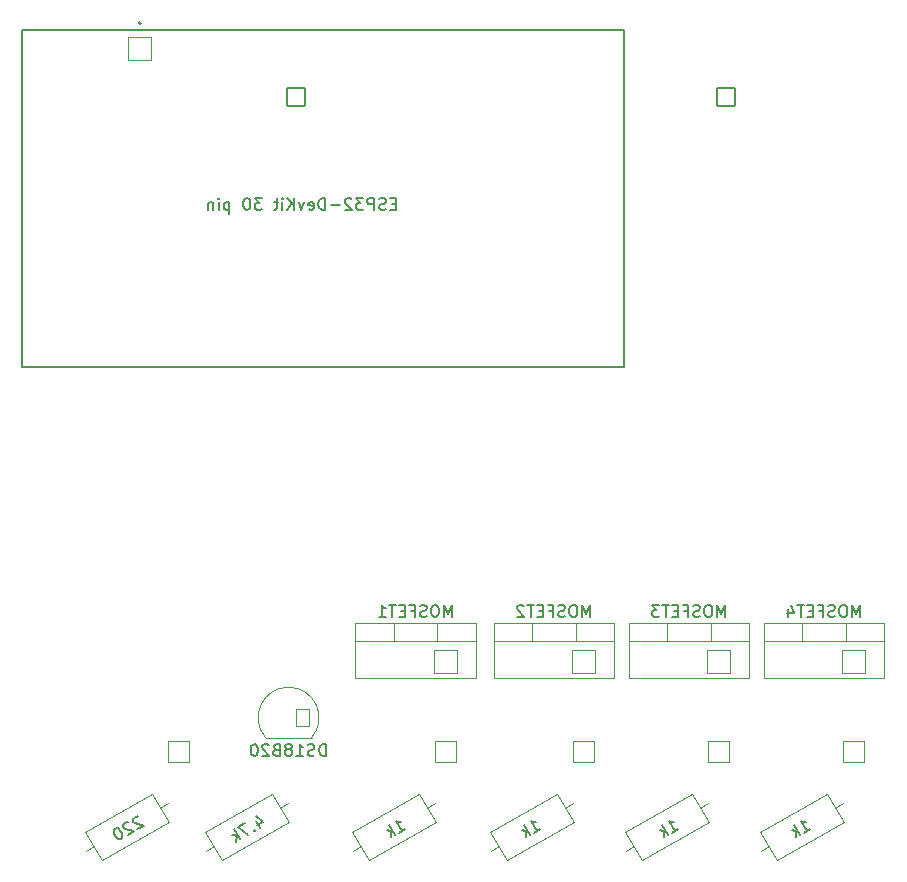
<source format=gbo>
G04 #@! TF.GenerationSoftware,KiCad,Pcbnew,9.0.0*
G04 #@! TF.CreationDate,2025-06-15T15:42:29+02:00*
G04 #@! TF.ProjectId,plant_watner_V3.0,706c616e-745f-4776-9174-6e65725f5633,rev?*
G04 #@! TF.SameCoordinates,Original*
G04 #@! TF.FileFunction,Legend,Bot*
G04 #@! TF.FilePolarity,Positive*
%FSLAX46Y46*%
G04 Gerber Fmt 4.6, Leading zero omitted, Abs format (unit mm)*
G04 Created by KiCad (PCBNEW 9.0.0) date 2025-06-15 15:42:29*
%MOMM*%
%LPD*%
G01*
G04 APERTURE LIST*
G04 Aperture macros list*
%AMRoundRect*
0 Rectangle with rounded corners*
0 $1 Rounding radius*
0 $2 $3 $4 $5 $6 $7 $8 $9 X,Y pos of 4 corners*
0 Add a 4 corners polygon primitive as box body*
4,1,4,$2,$3,$4,$5,$6,$7,$8,$9,$2,$3,0*
0 Add four circle primitives for the rounded corners*
1,1,$1+$1,$2,$3*
1,1,$1+$1,$4,$5*
1,1,$1+$1,$6,$7*
1,1,$1+$1,$8,$9*
0 Add four rect primitives between the rounded corners*
20,1,$1+$1,$2,$3,$4,$5,0*
20,1,$1+$1,$4,$5,$6,$7,0*
20,1,$1+$1,$6,$7,$8,$9,0*
20,1,$1+$1,$8,$9,$2,$3,0*%
%AMHorizOval*
0 Thick line with rounded ends*
0 $1 width*
0 $2 $3 position (X,Y) of the first rounded end (center of the circle)*
0 $4 $5 position (X,Y) of the second rounded end (center of the circle)*
0 Add line between two ends*
20,1,$1,$2,$3,$4,$5,0*
0 Add two circle primitives to create the rounded ends*
1,1,$1,$2,$3*
1,1,$1,$4,$5*%
G04 Aperture macros list end*
%ADD10C,0.150000*%
%ADD11C,0.120000*%
%ADD12C,0.127000*%
%ADD13C,0.200000*%
%ADD14RoundRect,0.051000X-0.762000X-0.762000X0.762000X-0.762000X0.762000X0.762000X-0.762000X0.762000X0*%
%ADD15C,1.626000*%
%ADD16RoundRect,0.051000X-1.000000X1.000000X-1.000000X-1.000000X1.000000X-1.000000X1.000000X1.000000X0*%
%ADD17C,2.102000*%
%ADD18RoundRect,0.051000X-1.000000X1.600000X-1.000000X-1.600000X1.000000X-1.600000X1.000000X1.600000X0*%
%ADD19C,6.502000*%
%ADD20RoundRect,0.265000X-0.636000X-0.786000X0.636000X-0.786000X0.636000X0.786000X-0.636000X0.786000X0*%
%ADD21O,1.802000X2.102000*%
%ADD22RoundRect,0.051000X0.900000X-0.900000X0.900000X0.900000X-0.900000X0.900000X-0.900000X-0.900000X0*%
%ADD23C,1.902000*%
%ADD24RoundRect,0.265000X-0.761000X0.636000X-0.761000X-0.636000X0.761000X-0.636000X0.761000X0.636000X0*%
%ADD25O,2.052000X1.802000*%
%ADD26C,1.702000*%
%ADD27HorizOval,1.702000X0.000000X0.000000X0.000000X0.000000X0*%
%ADD28RoundRect,0.051000X0.525000X0.750000X-0.525000X0.750000X-0.525000X-0.750000X0.525000X-0.750000X0*%
%ADD29O,1.152000X1.602000*%
%ADD30RoundRect,0.051000X0.952500X1.000000X-0.952500X1.000000X-0.952500X-1.000000X0.952500X-1.000000X0*%
%ADD31O,2.007000X2.102000*%
G04 APERTURE END LIST*
D10*
X156286507Y-130449361D02*
X156781379Y-130163646D01*
X156533943Y-130306504D02*
X156033943Y-129440478D01*
X156033943Y-129440478D02*
X156187850Y-129516577D01*
X156187850Y-129516577D02*
X156317948Y-129551437D01*
X156317948Y-129551437D02*
X156424236Y-129545057D01*
X155915353Y-130663646D02*
X155415353Y-129797621D01*
X155642398Y-130381351D02*
X155585439Y-130854123D01*
X155252105Y-130276772D02*
X155772496Y-130416211D01*
X115801856Y-123963819D02*
X115801856Y-122963819D01*
X115801856Y-122963819D02*
X115563761Y-122963819D01*
X115563761Y-122963819D02*
X115420904Y-123011438D01*
X115420904Y-123011438D02*
X115325666Y-123106676D01*
X115325666Y-123106676D02*
X115278047Y-123201914D01*
X115278047Y-123201914D02*
X115230428Y-123392390D01*
X115230428Y-123392390D02*
X115230428Y-123535247D01*
X115230428Y-123535247D02*
X115278047Y-123725723D01*
X115278047Y-123725723D02*
X115325666Y-123820961D01*
X115325666Y-123820961D02*
X115420904Y-123916200D01*
X115420904Y-123916200D02*
X115563761Y-123963819D01*
X115563761Y-123963819D02*
X115801856Y-123963819D01*
X114849475Y-123916200D02*
X114706618Y-123963819D01*
X114706618Y-123963819D02*
X114468523Y-123963819D01*
X114468523Y-123963819D02*
X114373285Y-123916200D01*
X114373285Y-123916200D02*
X114325666Y-123868580D01*
X114325666Y-123868580D02*
X114278047Y-123773342D01*
X114278047Y-123773342D02*
X114278047Y-123678104D01*
X114278047Y-123678104D02*
X114325666Y-123582866D01*
X114325666Y-123582866D02*
X114373285Y-123535247D01*
X114373285Y-123535247D02*
X114468523Y-123487628D01*
X114468523Y-123487628D02*
X114658999Y-123440009D01*
X114658999Y-123440009D02*
X114754237Y-123392390D01*
X114754237Y-123392390D02*
X114801856Y-123344771D01*
X114801856Y-123344771D02*
X114849475Y-123249533D01*
X114849475Y-123249533D02*
X114849475Y-123154295D01*
X114849475Y-123154295D02*
X114801856Y-123059057D01*
X114801856Y-123059057D02*
X114754237Y-123011438D01*
X114754237Y-123011438D02*
X114658999Y-122963819D01*
X114658999Y-122963819D02*
X114420904Y-122963819D01*
X114420904Y-122963819D02*
X114278047Y-123011438D01*
X113325666Y-123963819D02*
X113897094Y-123963819D01*
X113611380Y-123963819D02*
X113611380Y-122963819D01*
X113611380Y-122963819D02*
X113706618Y-123106676D01*
X113706618Y-123106676D02*
X113801856Y-123201914D01*
X113801856Y-123201914D02*
X113897094Y-123249533D01*
X112754237Y-123392390D02*
X112849475Y-123344771D01*
X112849475Y-123344771D02*
X112897094Y-123297152D01*
X112897094Y-123297152D02*
X112944713Y-123201914D01*
X112944713Y-123201914D02*
X112944713Y-123154295D01*
X112944713Y-123154295D02*
X112897094Y-123059057D01*
X112897094Y-123059057D02*
X112849475Y-123011438D01*
X112849475Y-123011438D02*
X112754237Y-122963819D01*
X112754237Y-122963819D02*
X112563761Y-122963819D01*
X112563761Y-122963819D02*
X112468523Y-123011438D01*
X112468523Y-123011438D02*
X112420904Y-123059057D01*
X112420904Y-123059057D02*
X112373285Y-123154295D01*
X112373285Y-123154295D02*
X112373285Y-123201914D01*
X112373285Y-123201914D02*
X112420904Y-123297152D01*
X112420904Y-123297152D02*
X112468523Y-123344771D01*
X112468523Y-123344771D02*
X112563761Y-123392390D01*
X112563761Y-123392390D02*
X112754237Y-123392390D01*
X112754237Y-123392390D02*
X112849475Y-123440009D01*
X112849475Y-123440009D02*
X112897094Y-123487628D01*
X112897094Y-123487628D02*
X112944713Y-123582866D01*
X112944713Y-123582866D02*
X112944713Y-123773342D01*
X112944713Y-123773342D02*
X112897094Y-123868580D01*
X112897094Y-123868580D02*
X112849475Y-123916200D01*
X112849475Y-123916200D02*
X112754237Y-123963819D01*
X112754237Y-123963819D02*
X112563761Y-123963819D01*
X112563761Y-123963819D02*
X112468523Y-123916200D01*
X112468523Y-123916200D02*
X112420904Y-123868580D01*
X112420904Y-123868580D02*
X112373285Y-123773342D01*
X112373285Y-123773342D02*
X112373285Y-123582866D01*
X112373285Y-123582866D02*
X112420904Y-123487628D01*
X112420904Y-123487628D02*
X112468523Y-123440009D01*
X112468523Y-123440009D02*
X112563761Y-123392390D01*
X111611380Y-123440009D02*
X111468523Y-123487628D01*
X111468523Y-123487628D02*
X111420904Y-123535247D01*
X111420904Y-123535247D02*
X111373285Y-123630485D01*
X111373285Y-123630485D02*
X111373285Y-123773342D01*
X111373285Y-123773342D02*
X111420904Y-123868580D01*
X111420904Y-123868580D02*
X111468523Y-123916200D01*
X111468523Y-123916200D02*
X111563761Y-123963819D01*
X111563761Y-123963819D02*
X111944713Y-123963819D01*
X111944713Y-123963819D02*
X111944713Y-122963819D01*
X111944713Y-122963819D02*
X111611380Y-122963819D01*
X111611380Y-122963819D02*
X111516142Y-123011438D01*
X111516142Y-123011438D02*
X111468523Y-123059057D01*
X111468523Y-123059057D02*
X111420904Y-123154295D01*
X111420904Y-123154295D02*
X111420904Y-123249533D01*
X111420904Y-123249533D02*
X111468523Y-123344771D01*
X111468523Y-123344771D02*
X111516142Y-123392390D01*
X111516142Y-123392390D02*
X111611380Y-123440009D01*
X111611380Y-123440009D02*
X111944713Y-123440009D01*
X110992332Y-123059057D02*
X110944713Y-123011438D01*
X110944713Y-123011438D02*
X110849475Y-122963819D01*
X110849475Y-122963819D02*
X110611380Y-122963819D01*
X110611380Y-122963819D02*
X110516142Y-123011438D01*
X110516142Y-123011438D02*
X110468523Y-123059057D01*
X110468523Y-123059057D02*
X110420904Y-123154295D01*
X110420904Y-123154295D02*
X110420904Y-123249533D01*
X110420904Y-123249533D02*
X110468523Y-123392390D01*
X110468523Y-123392390D02*
X111039951Y-123963819D01*
X111039951Y-123963819D02*
X110420904Y-123963819D01*
X109801856Y-122963819D02*
X109706618Y-122963819D01*
X109706618Y-122963819D02*
X109611380Y-123011438D01*
X109611380Y-123011438D02*
X109563761Y-123059057D01*
X109563761Y-123059057D02*
X109516142Y-123154295D01*
X109516142Y-123154295D02*
X109468523Y-123344771D01*
X109468523Y-123344771D02*
X109468523Y-123582866D01*
X109468523Y-123582866D02*
X109516142Y-123773342D01*
X109516142Y-123773342D02*
X109563761Y-123868580D01*
X109563761Y-123868580D02*
X109611380Y-123916200D01*
X109611380Y-123916200D02*
X109706618Y-123963819D01*
X109706618Y-123963819D02*
X109801856Y-123963819D01*
X109801856Y-123963819D02*
X109897094Y-123916200D01*
X109897094Y-123916200D02*
X109944713Y-123868580D01*
X109944713Y-123868580D02*
X109992332Y-123773342D01*
X109992332Y-123773342D02*
X110039951Y-123582866D01*
X110039951Y-123582866D02*
X110039951Y-123344771D01*
X110039951Y-123344771D02*
X109992332Y-123154295D01*
X109992332Y-123154295D02*
X109944713Y-123059057D01*
X109944713Y-123059057D02*
X109897094Y-123011438D01*
X109897094Y-123011438D02*
X109801856Y-122963819D01*
X121996507Y-130449361D02*
X122491379Y-130163646D01*
X122243943Y-130306504D02*
X121743943Y-129440478D01*
X121743943Y-129440478D02*
X121897850Y-129516577D01*
X121897850Y-129516577D02*
X122027948Y-129551437D01*
X122027948Y-129551437D02*
X122134236Y-129545057D01*
X121625353Y-130663646D02*
X121125353Y-129797621D01*
X121352398Y-130381351D02*
X121295439Y-130854123D01*
X120962105Y-130276772D02*
X121482496Y-130416211D01*
X99907250Y-129106290D02*
X99842201Y-129088860D01*
X99842201Y-129088860D02*
X99735913Y-129095240D01*
X99735913Y-129095240D02*
X99529716Y-129214288D01*
X99529716Y-129214288D02*
X99471047Y-129303146D01*
X99471047Y-129303146D02*
X99453617Y-129368195D01*
X99453617Y-129368195D02*
X99459997Y-129474483D01*
X99459997Y-129474483D02*
X99507616Y-129556962D01*
X99507616Y-129556962D02*
X99620284Y-129656870D01*
X99620284Y-129656870D02*
X100400870Y-129866027D01*
X100400870Y-129866027D02*
X99864759Y-130175551D01*
X99082463Y-129582481D02*
X99017415Y-129565051D01*
X99017415Y-129565051D02*
X98911127Y-129571431D01*
X98911127Y-129571431D02*
X98704930Y-129690478D01*
X98704930Y-129690478D02*
X98646261Y-129779337D01*
X98646261Y-129779337D02*
X98628831Y-129844385D01*
X98628831Y-129844385D02*
X98635211Y-129950674D01*
X98635211Y-129950674D02*
X98682830Y-130033152D01*
X98682830Y-130033152D02*
X98795498Y-130133061D01*
X98795498Y-130133061D02*
X99576084Y-130342218D01*
X99576084Y-130342218D02*
X99039973Y-130651742D01*
X98003862Y-130095240D02*
X97921383Y-130142859D01*
X97921383Y-130142859D02*
X97862714Y-130231718D01*
X97862714Y-130231718D02*
X97845284Y-130296766D01*
X97845284Y-130296766D02*
X97851664Y-130403055D01*
X97851664Y-130403055D02*
X97905663Y-130591821D01*
X97905663Y-130591821D02*
X98024710Y-130798018D01*
X98024710Y-130798018D02*
X98161188Y-130939165D01*
X98161188Y-130939165D02*
X98250046Y-130997835D01*
X98250046Y-130997835D02*
X98315095Y-131015264D01*
X98315095Y-131015264D02*
X98421383Y-131008885D01*
X98421383Y-131008885D02*
X98503862Y-130961266D01*
X98503862Y-130961266D02*
X98562531Y-130872407D01*
X98562531Y-130872407D02*
X98579961Y-130807358D01*
X98579961Y-130807358D02*
X98573581Y-130701070D01*
X98573581Y-130701070D02*
X98519582Y-130512304D01*
X98519582Y-130512304D02*
X98400534Y-130306107D01*
X98400534Y-130306107D02*
X98264057Y-130164959D01*
X98264057Y-130164959D02*
X98175199Y-130106290D01*
X98175199Y-130106290D02*
X98110150Y-130088860D01*
X98110150Y-130088860D02*
X98003862Y-130095240D01*
X145110507Y-130449361D02*
X145605379Y-130163646D01*
X145357943Y-130306504D02*
X144857943Y-129440478D01*
X144857943Y-129440478D02*
X145011850Y-129516577D01*
X145011850Y-129516577D02*
X145141948Y-129551437D01*
X145141948Y-129551437D02*
X145248236Y-129545057D01*
X144739353Y-130663646D02*
X144239353Y-129797621D01*
X144466398Y-130381351D02*
X144409439Y-130854123D01*
X144076105Y-130276772D02*
X144596496Y-130416211D01*
X161059428Y-112191819D02*
X161059428Y-111191819D01*
X161059428Y-111191819D02*
X160726095Y-111906104D01*
X160726095Y-111906104D02*
X160392762Y-111191819D01*
X160392762Y-111191819D02*
X160392762Y-112191819D01*
X159726095Y-111191819D02*
X159535619Y-111191819D01*
X159535619Y-111191819D02*
X159440381Y-111239438D01*
X159440381Y-111239438D02*
X159345143Y-111334676D01*
X159345143Y-111334676D02*
X159297524Y-111525152D01*
X159297524Y-111525152D02*
X159297524Y-111858485D01*
X159297524Y-111858485D02*
X159345143Y-112048961D01*
X159345143Y-112048961D02*
X159440381Y-112144200D01*
X159440381Y-112144200D02*
X159535619Y-112191819D01*
X159535619Y-112191819D02*
X159726095Y-112191819D01*
X159726095Y-112191819D02*
X159821333Y-112144200D01*
X159821333Y-112144200D02*
X159916571Y-112048961D01*
X159916571Y-112048961D02*
X159964190Y-111858485D01*
X159964190Y-111858485D02*
X159964190Y-111525152D01*
X159964190Y-111525152D02*
X159916571Y-111334676D01*
X159916571Y-111334676D02*
X159821333Y-111239438D01*
X159821333Y-111239438D02*
X159726095Y-111191819D01*
X158916571Y-112144200D02*
X158773714Y-112191819D01*
X158773714Y-112191819D02*
X158535619Y-112191819D01*
X158535619Y-112191819D02*
X158440381Y-112144200D01*
X158440381Y-112144200D02*
X158392762Y-112096580D01*
X158392762Y-112096580D02*
X158345143Y-112001342D01*
X158345143Y-112001342D02*
X158345143Y-111906104D01*
X158345143Y-111906104D02*
X158392762Y-111810866D01*
X158392762Y-111810866D02*
X158440381Y-111763247D01*
X158440381Y-111763247D02*
X158535619Y-111715628D01*
X158535619Y-111715628D02*
X158726095Y-111668009D01*
X158726095Y-111668009D02*
X158821333Y-111620390D01*
X158821333Y-111620390D02*
X158868952Y-111572771D01*
X158868952Y-111572771D02*
X158916571Y-111477533D01*
X158916571Y-111477533D02*
X158916571Y-111382295D01*
X158916571Y-111382295D02*
X158868952Y-111287057D01*
X158868952Y-111287057D02*
X158821333Y-111239438D01*
X158821333Y-111239438D02*
X158726095Y-111191819D01*
X158726095Y-111191819D02*
X158488000Y-111191819D01*
X158488000Y-111191819D02*
X158345143Y-111239438D01*
X157583238Y-111668009D02*
X157916571Y-111668009D01*
X157916571Y-112191819D02*
X157916571Y-111191819D01*
X157916571Y-111191819D02*
X157440381Y-111191819D01*
X157059428Y-111668009D02*
X156726095Y-111668009D01*
X156583238Y-112191819D02*
X157059428Y-112191819D01*
X157059428Y-112191819D02*
X157059428Y-111191819D01*
X157059428Y-111191819D02*
X156583238Y-111191819D01*
X156297523Y-111191819D02*
X155726095Y-111191819D01*
X156011809Y-112191819D02*
X156011809Y-111191819D01*
X154964190Y-111525152D02*
X154964190Y-112191819D01*
X155202285Y-111144200D02*
X155440380Y-111858485D01*
X155440380Y-111858485D02*
X154821333Y-111858485D01*
X126485928Y-112191819D02*
X126485928Y-111191819D01*
X126485928Y-111191819D02*
X126152595Y-111906104D01*
X126152595Y-111906104D02*
X125819262Y-111191819D01*
X125819262Y-111191819D02*
X125819262Y-112191819D01*
X125152595Y-111191819D02*
X124962119Y-111191819D01*
X124962119Y-111191819D02*
X124866881Y-111239438D01*
X124866881Y-111239438D02*
X124771643Y-111334676D01*
X124771643Y-111334676D02*
X124724024Y-111525152D01*
X124724024Y-111525152D02*
X124724024Y-111858485D01*
X124724024Y-111858485D02*
X124771643Y-112048961D01*
X124771643Y-112048961D02*
X124866881Y-112144200D01*
X124866881Y-112144200D02*
X124962119Y-112191819D01*
X124962119Y-112191819D02*
X125152595Y-112191819D01*
X125152595Y-112191819D02*
X125247833Y-112144200D01*
X125247833Y-112144200D02*
X125343071Y-112048961D01*
X125343071Y-112048961D02*
X125390690Y-111858485D01*
X125390690Y-111858485D02*
X125390690Y-111525152D01*
X125390690Y-111525152D02*
X125343071Y-111334676D01*
X125343071Y-111334676D02*
X125247833Y-111239438D01*
X125247833Y-111239438D02*
X125152595Y-111191819D01*
X124343071Y-112144200D02*
X124200214Y-112191819D01*
X124200214Y-112191819D02*
X123962119Y-112191819D01*
X123962119Y-112191819D02*
X123866881Y-112144200D01*
X123866881Y-112144200D02*
X123819262Y-112096580D01*
X123819262Y-112096580D02*
X123771643Y-112001342D01*
X123771643Y-112001342D02*
X123771643Y-111906104D01*
X123771643Y-111906104D02*
X123819262Y-111810866D01*
X123819262Y-111810866D02*
X123866881Y-111763247D01*
X123866881Y-111763247D02*
X123962119Y-111715628D01*
X123962119Y-111715628D02*
X124152595Y-111668009D01*
X124152595Y-111668009D02*
X124247833Y-111620390D01*
X124247833Y-111620390D02*
X124295452Y-111572771D01*
X124295452Y-111572771D02*
X124343071Y-111477533D01*
X124343071Y-111477533D02*
X124343071Y-111382295D01*
X124343071Y-111382295D02*
X124295452Y-111287057D01*
X124295452Y-111287057D02*
X124247833Y-111239438D01*
X124247833Y-111239438D02*
X124152595Y-111191819D01*
X124152595Y-111191819D02*
X123914500Y-111191819D01*
X123914500Y-111191819D02*
X123771643Y-111239438D01*
X123009738Y-111668009D02*
X123343071Y-111668009D01*
X123343071Y-112191819D02*
X123343071Y-111191819D01*
X123343071Y-111191819D02*
X122866881Y-111191819D01*
X122485928Y-111668009D02*
X122152595Y-111668009D01*
X122009738Y-112191819D02*
X122485928Y-112191819D01*
X122485928Y-112191819D02*
X122485928Y-111191819D01*
X122485928Y-111191819D02*
X122009738Y-111191819D01*
X121724023Y-111191819D02*
X121152595Y-111191819D01*
X121438309Y-112191819D02*
X121438309Y-111191819D01*
X120295452Y-112191819D02*
X120866880Y-112191819D01*
X120581166Y-112191819D02*
X120581166Y-111191819D01*
X120581166Y-111191819D02*
X120676404Y-111334676D01*
X120676404Y-111334676D02*
X120771642Y-111429914D01*
X120771642Y-111429914D02*
X120866880Y-111477533D01*
X109918242Y-129467248D02*
X110251575Y-130044599D01*
X109933962Y-129018286D02*
X110497302Y-129517828D01*
X110497302Y-129517828D02*
X109961191Y-129827352D01*
X109750324Y-130224025D02*
X109732894Y-130289074D01*
X109732894Y-130289074D02*
X109797943Y-130306503D01*
X109797943Y-130306503D02*
X109815373Y-130241455D01*
X109815373Y-130241455D02*
X109750324Y-130224025D01*
X109750324Y-130224025D02*
X109797943Y-130306503D01*
X108968029Y-129630954D02*
X108390679Y-129964287D01*
X108390679Y-129964287D02*
X109261832Y-130616027D01*
X108560764Y-131020789D02*
X108060764Y-130154764D01*
X108287809Y-130738494D02*
X108230850Y-131211265D01*
X107897516Y-130633915D02*
X108417907Y-130773353D01*
X133426507Y-130449361D02*
X133921379Y-130163646D01*
X133673943Y-130306504D02*
X133173943Y-129440478D01*
X133173943Y-129440478D02*
X133327850Y-129516577D01*
X133327850Y-129516577D02*
X133457948Y-129551437D01*
X133457948Y-129551437D02*
X133564236Y-129545057D01*
X133055353Y-130663646D02*
X132555353Y-129797621D01*
X132782398Y-130381351D02*
X132725439Y-130854123D01*
X132392105Y-130276772D02*
X132912496Y-130416211D01*
X121744380Y-77214009D02*
X121411047Y-77214009D01*
X121268190Y-77737819D02*
X121744380Y-77737819D01*
X121744380Y-77737819D02*
X121744380Y-76737819D01*
X121744380Y-76737819D02*
X121268190Y-76737819D01*
X120887237Y-77690200D02*
X120744380Y-77737819D01*
X120744380Y-77737819D02*
X120506285Y-77737819D01*
X120506285Y-77737819D02*
X120411047Y-77690200D01*
X120411047Y-77690200D02*
X120363428Y-77642580D01*
X120363428Y-77642580D02*
X120315809Y-77547342D01*
X120315809Y-77547342D02*
X120315809Y-77452104D01*
X120315809Y-77452104D02*
X120363428Y-77356866D01*
X120363428Y-77356866D02*
X120411047Y-77309247D01*
X120411047Y-77309247D02*
X120506285Y-77261628D01*
X120506285Y-77261628D02*
X120696761Y-77214009D01*
X120696761Y-77214009D02*
X120791999Y-77166390D01*
X120791999Y-77166390D02*
X120839618Y-77118771D01*
X120839618Y-77118771D02*
X120887237Y-77023533D01*
X120887237Y-77023533D02*
X120887237Y-76928295D01*
X120887237Y-76928295D02*
X120839618Y-76833057D01*
X120839618Y-76833057D02*
X120791999Y-76785438D01*
X120791999Y-76785438D02*
X120696761Y-76737819D01*
X120696761Y-76737819D02*
X120458666Y-76737819D01*
X120458666Y-76737819D02*
X120315809Y-76785438D01*
X119887237Y-77737819D02*
X119887237Y-76737819D01*
X119887237Y-76737819D02*
X119506285Y-76737819D01*
X119506285Y-76737819D02*
X119411047Y-76785438D01*
X119411047Y-76785438D02*
X119363428Y-76833057D01*
X119363428Y-76833057D02*
X119315809Y-76928295D01*
X119315809Y-76928295D02*
X119315809Y-77071152D01*
X119315809Y-77071152D02*
X119363428Y-77166390D01*
X119363428Y-77166390D02*
X119411047Y-77214009D01*
X119411047Y-77214009D02*
X119506285Y-77261628D01*
X119506285Y-77261628D02*
X119887237Y-77261628D01*
X118982475Y-76737819D02*
X118363428Y-76737819D01*
X118363428Y-76737819D02*
X118696761Y-77118771D01*
X118696761Y-77118771D02*
X118553904Y-77118771D01*
X118553904Y-77118771D02*
X118458666Y-77166390D01*
X118458666Y-77166390D02*
X118411047Y-77214009D01*
X118411047Y-77214009D02*
X118363428Y-77309247D01*
X118363428Y-77309247D02*
X118363428Y-77547342D01*
X118363428Y-77547342D02*
X118411047Y-77642580D01*
X118411047Y-77642580D02*
X118458666Y-77690200D01*
X118458666Y-77690200D02*
X118553904Y-77737819D01*
X118553904Y-77737819D02*
X118839618Y-77737819D01*
X118839618Y-77737819D02*
X118934856Y-77690200D01*
X118934856Y-77690200D02*
X118982475Y-77642580D01*
X117982475Y-76833057D02*
X117934856Y-76785438D01*
X117934856Y-76785438D02*
X117839618Y-76737819D01*
X117839618Y-76737819D02*
X117601523Y-76737819D01*
X117601523Y-76737819D02*
X117506285Y-76785438D01*
X117506285Y-76785438D02*
X117458666Y-76833057D01*
X117458666Y-76833057D02*
X117411047Y-76928295D01*
X117411047Y-76928295D02*
X117411047Y-77023533D01*
X117411047Y-77023533D02*
X117458666Y-77166390D01*
X117458666Y-77166390D02*
X118030094Y-77737819D01*
X118030094Y-77737819D02*
X117411047Y-77737819D01*
X116982475Y-77356866D02*
X116220571Y-77356866D01*
X115744380Y-77737819D02*
X115744380Y-76737819D01*
X115744380Y-76737819D02*
X115506285Y-76737819D01*
X115506285Y-76737819D02*
X115363428Y-76785438D01*
X115363428Y-76785438D02*
X115268190Y-76880676D01*
X115268190Y-76880676D02*
X115220571Y-76975914D01*
X115220571Y-76975914D02*
X115172952Y-77166390D01*
X115172952Y-77166390D02*
X115172952Y-77309247D01*
X115172952Y-77309247D02*
X115220571Y-77499723D01*
X115220571Y-77499723D02*
X115268190Y-77594961D01*
X115268190Y-77594961D02*
X115363428Y-77690200D01*
X115363428Y-77690200D02*
X115506285Y-77737819D01*
X115506285Y-77737819D02*
X115744380Y-77737819D01*
X114363428Y-77690200D02*
X114458666Y-77737819D01*
X114458666Y-77737819D02*
X114649142Y-77737819D01*
X114649142Y-77737819D02*
X114744380Y-77690200D01*
X114744380Y-77690200D02*
X114791999Y-77594961D01*
X114791999Y-77594961D02*
X114791999Y-77214009D01*
X114791999Y-77214009D02*
X114744380Y-77118771D01*
X114744380Y-77118771D02*
X114649142Y-77071152D01*
X114649142Y-77071152D02*
X114458666Y-77071152D01*
X114458666Y-77071152D02*
X114363428Y-77118771D01*
X114363428Y-77118771D02*
X114315809Y-77214009D01*
X114315809Y-77214009D02*
X114315809Y-77309247D01*
X114315809Y-77309247D02*
X114791999Y-77404485D01*
X113982475Y-77071152D02*
X113744380Y-77737819D01*
X113744380Y-77737819D02*
X113506285Y-77071152D01*
X113125332Y-77737819D02*
X113125332Y-76737819D01*
X112553904Y-77737819D02*
X112982475Y-77166390D01*
X112553904Y-76737819D02*
X113125332Y-77309247D01*
X112125332Y-77737819D02*
X112125332Y-77071152D01*
X112125332Y-76737819D02*
X112172951Y-76785438D01*
X112172951Y-76785438D02*
X112125332Y-76833057D01*
X112125332Y-76833057D02*
X112077713Y-76785438D01*
X112077713Y-76785438D02*
X112125332Y-76737819D01*
X112125332Y-76737819D02*
X112125332Y-76833057D01*
X111791999Y-77071152D02*
X111411047Y-77071152D01*
X111649142Y-76737819D02*
X111649142Y-77594961D01*
X111649142Y-77594961D02*
X111601523Y-77690200D01*
X111601523Y-77690200D02*
X111506285Y-77737819D01*
X111506285Y-77737819D02*
X111411047Y-77737819D01*
X110411046Y-76737819D02*
X109791999Y-76737819D01*
X109791999Y-76737819D02*
X110125332Y-77118771D01*
X110125332Y-77118771D02*
X109982475Y-77118771D01*
X109982475Y-77118771D02*
X109887237Y-77166390D01*
X109887237Y-77166390D02*
X109839618Y-77214009D01*
X109839618Y-77214009D02*
X109791999Y-77309247D01*
X109791999Y-77309247D02*
X109791999Y-77547342D01*
X109791999Y-77547342D02*
X109839618Y-77642580D01*
X109839618Y-77642580D02*
X109887237Y-77690200D01*
X109887237Y-77690200D02*
X109982475Y-77737819D01*
X109982475Y-77737819D02*
X110268189Y-77737819D01*
X110268189Y-77737819D02*
X110363427Y-77690200D01*
X110363427Y-77690200D02*
X110411046Y-77642580D01*
X109172951Y-76737819D02*
X109077713Y-76737819D01*
X109077713Y-76737819D02*
X108982475Y-76785438D01*
X108982475Y-76785438D02*
X108934856Y-76833057D01*
X108934856Y-76833057D02*
X108887237Y-76928295D01*
X108887237Y-76928295D02*
X108839618Y-77118771D01*
X108839618Y-77118771D02*
X108839618Y-77356866D01*
X108839618Y-77356866D02*
X108887237Y-77547342D01*
X108887237Y-77547342D02*
X108934856Y-77642580D01*
X108934856Y-77642580D02*
X108982475Y-77690200D01*
X108982475Y-77690200D02*
X109077713Y-77737819D01*
X109077713Y-77737819D02*
X109172951Y-77737819D01*
X109172951Y-77737819D02*
X109268189Y-77690200D01*
X109268189Y-77690200D02*
X109315808Y-77642580D01*
X109315808Y-77642580D02*
X109363427Y-77547342D01*
X109363427Y-77547342D02*
X109411046Y-77356866D01*
X109411046Y-77356866D02*
X109411046Y-77118771D01*
X109411046Y-77118771D02*
X109363427Y-76928295D01*
X109363427Y-76928295D02*
X109315808Y-76833057D01*
X109315808Y-76833057D02*
X109268189Y-76785438D01*
X109268189Y-76785438D02*
X109172951Y-76737819D01*
X107649141Y-77071152D02*
X107649141Y-78071152D01*
X107649141Y-77118771D02*
X107553903Y-77071152D01*
X107553903Y-77071152D02*
X107363427Y-77071152D01*
X107363427Y-77071152D02*
X107268189Y-77118771D01*
X107268189Y-77118771D02*
X107220570Y-77166390D01*
X107220570Y-77166390D02*
X107172951Y-77261628D01*
X107172951Y-77261628D02*
X107172951Y-77547342D01*
X107172951Y-77547342D02*
X107220570Y-77642580D01*
X107220570Y-77642580D02*
X107268189Y-77690200D01*
X107268189Y-77690200D02*
X107363427Y-77737819D01*
X107363427Y-77737819D02*
X107553903Y-77737819D01*
X107553903Y-77737819D02*
X107649141Y-77690200D01*
X106744379Y-77737819D02*
X106744379Y-77071152D01*
X106744379Y-76737819D02*
X106791998Y-76785438D01*
X106791998Y-76785438D02*
X106744379Y-76833057D01*
X106744379Y-76833057D02*
X106696760Y-76785438D01*
X106696760Y-76785438D02*
X106744379Y-76737819D01*
X106744379Y-76737819D02*
X106744379Y-76833057D01*
X106268189Y-77071152D02*
X106268189Y-77737819D01*
X106268189Y-77166390D02*
X106220570Y-77118771D01*
X106220570Y-77118771D02*
X106125332Y-77071152D01*
X106125332Y-77071152D02*
X105982475Y-77071152D01*
X105982475Y-77071152D02*
X105887237Y-77118771D01*
X105887237Y-77118771D02*
X105839618Y-77214009D01*
X105839618Y-77214009D02*
X105839618Y-77737819D01*
X138199428Y-112191819D02*
X138199428Y-111191819D01*
X138199428Y-111191819D02*
X137866095Y-111906104D01*
X137866095Y-111906104D02*
X137532762Y-111191819D01*
X137532762Y-111191819D02*
X137532762Y-112191819D01*
X136866095Y-111191819D02*
X136675619Y-111191819D01*
X136675619Y-111191819D02*
X136580381Y-111239438D01*
X136580381Y-111239438D02*
X136485143Y-111334676D01*
X136485143Y-111334676D02*
X136437524Y-111525152D01*
X136437524Y-111525152D02*
X136437524Y-111858485D01*
X136437524Y-111858485D02*
X136485143Y-112048961D01*
X136485143Y-112048961D02*
X136580381Y-112144200D01*
X136580381Y-112144200D02*
X136675619Y-112191819D01*
X136675619Y-112191819D02*
X136866095Y-112191819D01*
X136866095Y-112191819D02*
X136961333Y-112144200D01*
X136961333Y-112144200D02*
X137056571Y-112048961D01*
X137056571Y-112048961D02*
X137104190Y-111858485D01*
X137104190Y-111858485D02*
X137104190Y-111525152D01*
X137104190Y-111525152D02*
X137056571Y-111334676D01*
X137056571Y-111334676D02*
X136961333Y-111239438D01*
X136961333Y-111239438D02*
X136866095Y-111191819D01*
X136056571Y-112144200D02*
X135913714Y-112191819D01*
X135913714Y-112191819D02*
X135675619Y-112191819D01*
X135675619Y-112191819D02*
X135580381Y-112144200D01*
X135580381Y-112144200D02*
X135532762Y-112096580D01*
X135532762Y-112096580D02*
X135485143Y-112001342D01*
X135485143Y-112001342D02*
X135485143Y-111906104D01*
X135485143Y-111906104D02*
X135532762Y-111810866D01*
X135532762Y-111810866D02*
X135580381Y-111763247D01*
X135580381Y-111763247D02*
X135675619Y-111715628D01*
X135675619Y-111715628D02*
X135866095Y-111668009D01*
X135866095Y-111668009D02*
X135961333Y-111620390D01*
X135961333Y-111620390D02*
X136008952Y-111572771D01*
X136008952Y-111572771D02*
X136056571Y-111477533D01*
X136056571Y-111477533D02*
X136056571Y-111382295D01*
X136056571Y-111382295D02*
X136008952Y-111287057D01*
X136008952Y-111287057D02*
X135961333Y-111239438D01*
X135961333Y-111239438D02*
X135866095Y-111191819D01*
X135866095Y-111191819D02*
X135628000Y-111191819D01*
X135628000Y-111191819D02*
X135485143Y-111239438D01*
X134723238Y-111668009D02*
X135056571Y-111668009D01*
X135056571Y-112191819D02*
X135056571Y-111191819D01*
X135056571Y-111191819D02*
X134580381Y-111191819D01*
X134199428Y-111668009D02*
X133866095Y-111668009D01*
X133723238Y-112191819D02*
X134199428Y-112191819D01*
X134199428Y-112191819D02*
X134199428Y-111191819D01*
X134199428Y-111191819D02*
X133723238Y-111191819D01*
X133437523Y-111191819D02*
X132866095Y-111191819D01*
X133151809Y-112191819D02*
X133151809Y-111191819D01*
X132580380Y-111287057D02*
X132532761Y-111239438D01*
X132532761Y-111239438D02*
X132437523Y-111191819D01*
X132437523Y-111191819D02*
X132199428Y-111191819D01*
X132199428Y-111191819D02*
X132104190Y-111239438D01*
X132104190Y-111239438D02*
X132056571Y-111287057D01*
X132056571Y-111287057D02*
X132008952Y-111382295D01*
X132008952Y-111382295D02*
X132008952Y-111477533D01*
X132008952Y-111477533D02*
X132056571Y-111620390D01*
X132056571Y-111620390D02*
X132627999Y-112191819D01*
X132627999Y-112191819D02*
X132008952Y-112191819D01*
X149629428Y-112191819D02*
X149629428Y-111191819D01*
X149629428Y-111191819D02*
X149296095Y-111906104D01*
X149296095Y-111906104D02*
X148962762Y-111191819D01*
X148962762Y-111191819D02*
X148962762Y-112191819D01*
X148296095Y-111191819D02*
X148105619Y-111191819D01*
X148105619Y-111191819D02*
X148010381Y-111239438D01*
X148010381Y-111239438D02*
X147915143Y-111334676D01*
X147915143Y-111334676D02*
X147867524Y-111525152D01*
X147867524Y-111525152D02*
X147867524Y-111858485D01*
X147867524Y-111858485D02*
X147915143Y-112048961D01*
X147915143Y-112048961D02*
X148010381Y-112144200D01*
X148010381Y-112144200D02*
X148105619Y-112191819D01*
X148105619Y-112191819D02*
X148296095Y-112191819D01*
X148296095Y-112191819D02*
X148391333Y-112144200D01*
X148391333Y-112144200D02*
X148486571Y-112048961D01*
X148486571Y-112048961D02*
X148534190Y-111858485D01*
X148534190Y-111858485D02*
X148534190Y-111525152D01*
X148534190Y-111525152D02*
X148486571Y-111334676D01*
X148486571Y-111334676D02*
X148391333Y-111239438D01*
X148391333Y-111239438D02*
X148296095Y-111191819D01*
X147486571Y-112144200D02*
X147343714Y-112191819D01*
X147343714Y-112191819D02*
X147105619Y-112191819D01*
X147105619Y-112191819D02*
X147010381Y-112144200D01*
X147010381Y-112144200D02*
X146962762Y-112096580D01*
X146962762Y-112096580D02*
X146915143Y-112001342D01*
X146915143Y-112001342D02*
X146915143Y-111906104D01*
X146915143Y-111906104D02*
X146962762Y-111810866D01*
X146962762Y-111810866D02*
X147010381Y-111763247D01*
X147010381Y-111763247D02*
X147105619Y-111715628D01*
X147105619Y-111715628D02*
X147296095Y-111668009D01*
X147296095Y-111668009D02*
X147391333Y-111620390D01*
X147391333Y-111620390D02*
X147438952Y-111572771D01*
X147438952Y-111572771D02*
X147486571Y-111477533D01*
X147486571Y-111477533D02*
X147486571Y-111382295D01*
X147486571Y-111382295D02*
X147438952Y-111287057D01*
X147438952Y-111287057D02*
X147391333Y-111239438D01*
X147391333Y-111239438D02*
X147296095Y-111191819D01*
X147296095Y-111191819D02*
X147058000Y-111191819D01*
X147058000Y-111191819D02*
X146915143Y-111239438D01*
X146153238Y-111668009D02*
X146486571Y-111668009D01*
X146486571Y-112191819D02*
X146486571Y-111191819D01*
X146486571Y-111191819D02*
X146010381Y-111191819D01*
X145629428Y-111668009D02*
X145296095Y-111668009D01*
X145153238Y-112191819D02*
X145629428Y-112191819D01*
X145629428Y-112191819D02*
X145629428Y-111191819D01*
X145629428Y-111191819D02*
X145153238Y-111191819D01*
X144867523Y-111191819D02*
X144296095Y-111191819D01*
X144581809Y-112191819D02*
X144581809Y-111191819D01*
X144057999Y-111191819D02*
X143438952Y-111191819D01*
X143438952Y-111191819D02*
X143772285Y-111572771D01*
X143772285Y-111572771D02*
X143629428Y-111572771D01*
X143629428Y-111572771D02*
X143534190Y-111620390D01*
X143534190Y-111620390D02*
X143486571Y-111668009D01*
X143486571Y-111668009D02*
X143438952Y-111763247D01*
X143438952Y-111763247D02*
X143438952Y-112001342D01*
X143438952Y-112001342D02*
X143486571Y-112096580D01*
X143486571Y-112096580D02*
X143534190Y-112144200D01*
X143534190Y-112144200D02*
X143629428Y-112191819D01*
X143629428Y-112191819D02*
X143915142Y-112191819D01*
X143915142Y-112191819D02*
X144010380Y-112144200D01*
X144010380Y-112144200D02*
X144057999Y-112096580D01*
D11*
X152611688Y-130425545D02*
X158275494Y-127155545D01*
X152629848Y-131997000D02*
X153296688Y-131612000D01*
X153981688Y-132798455D02*
X152611688Y-130425545D01*
X158275494Y-127155545D02*
X159645494Y-129528455D01*
X159627334Y-127957000D02*
X158960494Y-128342000D01*
X159645494Y-129528455D02*
X153981688Y-132798455D01*
X114599000Y-122419000D02*
X110749000Y-122419000D01*
X110710389Y-122409122D02*
G75*
G02*
X114599000Y-122419000I1948611J1690122D01*
G01*
X118067688Y-130425545D02*
X123731494Y-127155545D01*
X118085848Y-131997000D02*
X118752688Y-131612000D01*
X119437688Y-132798455D02*
X118067688Y-130425545D01*
X123731494Y-127155545D02*
X125101494Y-129528455D01*
X125083334Y-127957000D02*
X124416494Y-128342000D01*
X125101494Y-129528455D02*
X119437688Y-132798455D01*
X95461688Y-130425545D02*
X101125494Y-127155545D01*
X95479848Y-131997000D02*
X96146688Y-131612000D01*
X96831688Y-132798455D02*
X95461688Y-130425545D01*
X101125494Y-127155545D02*
X102495494Y-129528455D01*
X102477334Y-127957000D02*
X101810494Y-128342000D01*
X102495494Y-129528455D02*
X96831688Y-132798455D01*
X141181688Y-130425545D02*
X146845494Y-127155545D01*
X141199848Y-131997000D02*
X141866688Y-131612000D01*
X142551688Y-132798455D02*
X141181688Y-130425545D01*
X146845494Y-127155545D02*
X148215494Y-129528455D01*
X148197334Y-127957000D02*
X147530494Y-128342000D01*
X148215494Y-129528455D02*
X142551688Y-132798455D01*
X152868000Y-112737000D02*
X152868000Y-117378000D01*
X156137000Y-112737000D02*
X156137000Y-114247000D01*
X159838000Y-112737000D02*
X159838000Y-114247000D01*
X163108000Y-112737000D02*
X152868000Y-112737000D01*
X163108000Y-112737000D02*
X163108000Y-117378000D01*
X163108000Y-114247000D02*
X152868000Y-114247000D01*
X163108000Y-117378000D02*
X152868000Y-117378000D01*
X118294500Y-112737000D02*
X118294500Y-117378000D01*
X121563500Y-112737000D02*
X121563500Y-114247000D01*
X125264500Y-112737000D02*
X125264500Y-114247000D01*
X128534500Y-112737000D02*
X118294500Y-112737000D01*
X128534500Y-112737000D02*
X128534500Y-117378000D01*
X128534500Y-114247000D02*
X118294500Y-114247000D01*
X128534500Y-117378000D02*
X118294500Y-117378000D01*
X105621688Y-130425545D02*
X111285494Y-127155545D01*
X105639848Y-131997000D02*
X106306688Y-131612000D01*
X106991688Y-132798455D02*
X105621688Y-130425545D01*
X111285494Y-127155545D02*
X112655494Y-129528455D01*
X112637334Y-127957000D02*
X111970494Y-128342000D01*
X112655494Y-129528455D02*
X106991688Y-132798455D01*
X129751688Y-130425545D02*
X135415494Y-127155545D01*
X129769848Y-131997000D02*
X130436688Y-131612000D01*
X131121688Y-132798455D02*
X129751688Y-130425545D01*
X135415494Y-127155545D02*
X136785494Y-129528455D01*
X136767334Y-127957000D02*
X136100494Y-128342000D01*
X136785494Y-129528455D02*
X131121688Y-132798455D01*
D12*
X90116000Y-62495000D02*
X90116000Y-73564000D01*
X90116000Y-62495000D02*
X90116000Y-91004999D01*
X90116000Y-73564000D02*
X90116000Y-80275000D01*
X90116000Y-80275000D02*
X90116000Y-91004999D01*
X90116000Y-91004999D02*
X141066000Y-91004999D01*
X90116000Y-91004999D02*
X141066000Y-91004999D01*
X141066000Y-62495000D02*
X90116000Y-62495000D01*
X141066000Y-62495000D02*
X90116000Y-62495000D01*
X141066000Y-62495000D02*
X141066000Y-67865000D01*
X141066000Y-67865000D02*
X141066000Y-85555000D01*
X141066000Y-85555000D02*
X141066000Y-91004999D01*
X141066000Y-91004999D02*
X141066000Y-62495000D01*
D13*
X100176000Y-61925000D02*
G75*
G02*
X99976000Y-61925000I-100000J0D01*
G01*
X99976000Y-61925000D02*
G75*
G02*
X100176000Y-61925000I100000J0D01*
G01*
D11*
X130008000Y-112737000D02*
X130008000Y-117378000D01*
X133277000Y-112737000D02*
X133277000Y-114247000D01*
X136978000Y-112737000D02*
X136978000Y-114247000D01*
X140248000Y-112737000D02*
X130008000Y-112737000D01*
X140248000Y-112737000D02*
X140248000Y-117378000D01*
X140248000Y-114247000D02*
X130008000Y-114247000D01*
X140248000Y-117378000D02*
X130008000Y-117378000D01*
X141438000Y-112737000D02*
X141438000Y-117378000D01*
X144707000Y-112737000D02*
X144707000Y-114247000D01*
X148408000Y-112737000D02*
X148408000Y-114247000D01*
X151678000Y-112737000D02*
X141438000Y-112737000D01*
X151678000Y-112737000D02*
X151678000Y-117378000D01*
X151678000Y-114247000D02*
X141438000Y-114247000D01*
X151678000Y-117378000D02*
X141438000Y-117378000D01*
%LPC*%
D14*
X113301500Y-68150500D03*
D15*
X115841500Y-68150500D03*
X118381500Y-68150500D03*
X120921500Y-68150500D03*
D16*
X177748000Y-118547000D03*
D17*
X172748000Y-118547000D03*
X175248000Y-118547000D03*
D18*
X180848000Y-126047001D03*
X169648000Y-126047001D03*
D17*
X172748000Y-133047000D03*
X177748000Y-133047000D03*
D19*
X170688000Y-57404000D03*
D20*
X130088000Y-55891500D03*
D21*
X132588000Y-55891500D03*
D20*
X147868000Y-55947000D03*
D21*
X150368000Y-55947000D03*
D19*
X95885000Y-123511000D03*
D22*
X103377998Y-123627001D03*
D23*
X103377998Y-121087001D03*
D20*
X138978000Y-55947000D03*
D21*
X141478000Y-55947000D03*
D22*
X137668001Y-123626998D03*
D23*
X137668001Y-121086998D03*
D22*
X149098001Y-123626999D03*
D23*
X149098001Y-121086999D03*
D22*
X125984000Y-123627001D03*
D23*
X125984000Y-121087001D03*
D24*
X179578000Y-78887000D03*
D25*
X179578000Y-81387000D03*
X179578000Y-83887000D03*
D19*
X180594000Y-109795000D03*
D24*
X179578000Y-56027000D03*
D25*
X179578000Y-58527000D03*
X179578000Y-61027000D03*
D22*
X160528001Y-123626999D03*
D23*
X160528001Y-121086999D03*
D14*
X149669500Y-68150500D03*
D15*
X152209500Y-68150500D03*
X154749500Y-68150500D03*
X157289500Y-68150500D03*
D24*
X179578000Y-67457000D03*
D25*
X179578000Y-69957000D03*
X179578000Y-72457000D03*
D20*
X156758000Y-55947000D03*
D21*
X159258000Y-55947000D03*
D19*
X97536000Y-57150000D03*
D24*
X179578000Y-90317000D03*
D25*
X179578000Y-92817000D03*
X179578000Y-95317000D03*
D26*
X160528000Y-127437000D03*
D27*
X151729182Y-132517000D03*
D28*
X113849000Y-120719000D03*
D29*
X112579000Y-120719000D03*
X111309000Y-120719000D03*
D26*
X125984000Y-127437000D03*
D27*
X117185182Y-132517000D03*
D26*
X103378000Y-127437000D03*
D27*
X94579182Y-132517000D03*
D26*
X149098000Y-127437000D03*
D27*
X140299182Y-132517000D03*
D30*
X160528000Y-116007000D03*
D31*
X157988000Y-116007000D03*
X155448000Y-116007000D03*
D30*
X125954500Y-116007000D03*
D31*
X123414500Y-116007000D03*
X120874500Y-116007000D03*
D26*
X113538000Y-127437000D03*
D27*
X104739182Y-132517000D03*
D26*
X137668000Y-127437000D03*
D27*
X128869182Y-132517000D03*
D16*
X100076000Y-64075000D03*
D17*
X102615999Y-64075000D03*
X105156000Y-64075000D03*
X107695999Y-64075000D03*
X110236000Y-64075000D03*
X112775999Y-64075000D03*
X115316000Y-64075000D03*
X117856000Y-64074999D03*
X120396000Y-64075000D03*
X122936000Y-64074999D03*
X125476000Y-64075000D03*
X128016000Y-64074999D03*
X130556000Y-64075000D03*
X133096000Y-64075000D03*
X135636000Y-64075000D03*
X135636000Y-89475000D03*
X133096000Y-89475000D03*
X130556000Y-89475000D03*
X128016000Y-89475001D03*
X125476000Y-89475000D03*
X122936001Y-89475000D03*
X120396000Y-89475000D03*
X117856001Y-89475000D03*
X115316000Y-89475000D03*
X112776000Y-89475001D03*
X110236000Y-89475000D03*
X107696000Y-89475001D03*
X105156000Y-89475000D03*
X102616000Y-89475001D03*
X100076000Y-89475000D03*
D30*
X137668000Y-116007000D03*
D31*
X135128000Y-116007000D03*
X132588000Y-116007000D03*
D30*
X149098000Y-116007000D03*
D31*
X146558000Y-116007000D03*
X144018000Y-116007000D03*
%LPD*%
M02*

</source>
